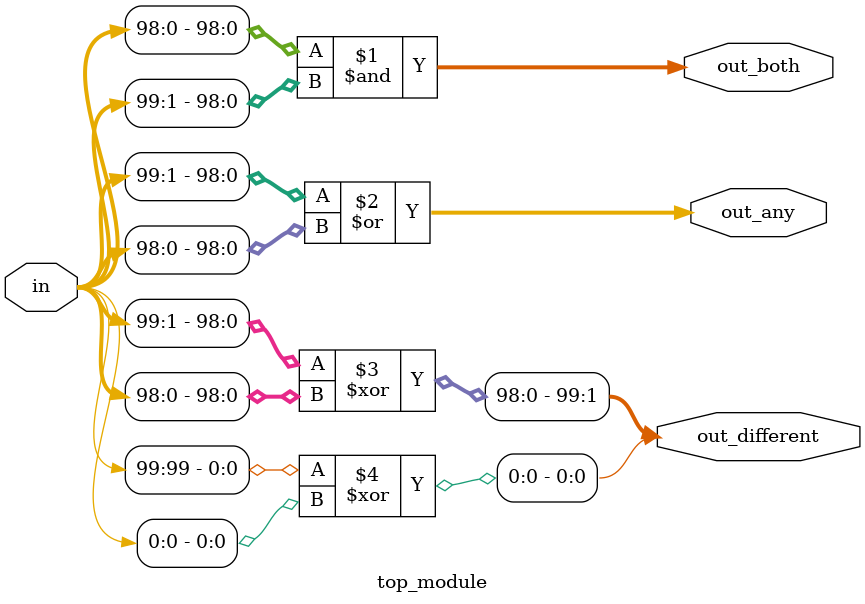
<source format=sv>
module top_module (
    input [99:0] in,
    output [98:0] out_both,
    output [99:1] out_any,
    output [99:0] out_different
);

    // Generate out_both[98:0]
    assign out_both = in[98:0] & in[99:1];
    
    // Generate out_any[99:1]
    assign out_any = in[99:1] | in[98:0];
    
    // Generate out_different[99:0]
    assign out_different[99:1] = in[99:1] ^ in[98:0];
    assign out_different[0] = in[99] ^ in[0];

endmodule

</source>
